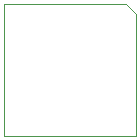
<source format=gbr>
%FSLAX34Y34*%
%MOMM*%
%LNOUTLINE*%
G71*
G01*
%ADD10C,0.100*%
%LPD*%
G54D10*
X78541Y892135D02*
X78541Y798034D01*
X190538Y798034D01*
X190538Y901662D01*
X182166Y910034D01*
X78541Y910034D01*
X78541Y892135D01*
M02*

</source>
